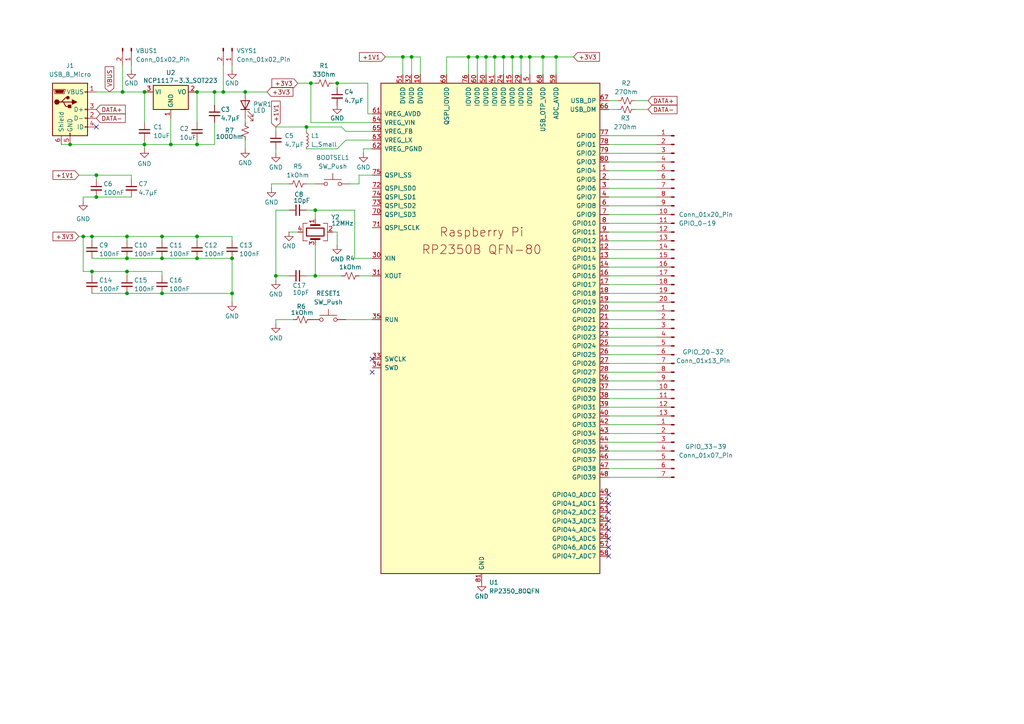
<source format=kicad_sch>
(kicad_sch (version 20250114) (generator "eeschema") (generator_version "9.0")
  (paper "A4")
  (lib_symbols
    (symbol "Connector:Conn_01x02_Pin" (pin_names (offset 1.016) (hide yes))
      (property "Reference" "J" (at 0 2.54 0))
      (property "Value" "Conn_01x02_Pin" (at 0 -5.08 0))
      (symbol "Conn_01x02_Pin_1_1"
        (pin passive line (at 5.08 0 180) (length 3.81) (name "Pin_1") (number "1"))
        (pin passive line (at 5.08 -2.54 180) (length 3.81) (name "Pin_2") (number "2"))
      )
    )
    (symbol "Connector:Conn_01x07_Pin" (pin_names (offset 1.016) (hide yes))
      (property "Reference" "J" (at 0 10.16 0))
      (property "Value" "Conn_01x07_Pin" (at 0 -10.16 0))
      (symbol "Conn_01x07_Pin_1_1"
        (pin passive line (at 5.08 7.62 180) (length 3.81) (name "Pin_1") (number "1"))
        (pin passive line (at 5.08 5.08 180) (length 3.81) (name "Pin_2") (number "2"))
        (pin passive line (at 5.08 2.54 180) (length 3.81) (name "Pin_3") (number "3"))
        (pin passive line (at 5.08 0 180) (length 3.81) (name "Pin_4") (number "4"))
        (pin passive line (at 5.08 -2.54 180) (length 3.81) (name "Pin_5") (number "5"))
        (pin passive line (at 5.08 -5.08 180) (length 3.81) (name "Pin_6") (number "6"))
        (pin passive line (at 5.08 -7.62 180) (length 3.81) (name "Pin_7") (number "7"))
      )
    )
    (symbol "Connector:Conn_01x13_Pin" (pin_names (offset 1.016) (hide yes))
      (property "Reference" "J" (at 0 17.78 0))
      (property "Value" "Conn_01x13_Pin" (at 0 -17.78 0))
      (symbol "Conn_01x13_Pin_1_1"
        (pin passive line (at 5.08 15.24 180) (length 3.81) (name "Pin_1") (number "1"))
        (pin passive line (at 5.08 12.7 180) (length 3.81) (name "Pin_2") (number "2"))
        (pin passive line (at 5.08 10.16 180) (length 3.81) (name "Pin_3") (number "3"))
        (pin passive line (at 5.08 7.62 180) (length 3.81) (name "Pin_4") (number "4"))
        (pin passive line (at 5.08 5.08 180) (length 3.81) (name "Pin_5") (number "5"))
        (pin passive line (at 5.08 2.54 180) (length 3.81) (name "Pin_6") (number "6"))
        (pin passive line (at 5.08 0 180) (length 3.81) (name "Pin_7") (number "7"))
        (pin passive line (at 5.08 -2.54 180) (length 3.81) (name "Pin_8") (number "8"))
        (pin passive line (at 5.08 -5.08 180) (length 3.81) (name "Pin_9") (number "9"))
        (pin passive line (at 5.08 -7.62 180) (length 3.81) (name "Pin_10") (number "10"))
        (pin passive line (at 5.08 -10.16 180) (length 3.81) (name "Pin_11") (number "11"))
        (pin passive line (at 5.08 -12.7 180) (length 3.81) (name "Pin_12") (number "12"))
        (pin passive line (at 5.08 -15.24 180) (length 3.81) (name "Pin_13") (number "13"))
      )
    )
    (symbol "Connector:Conn_01x20_Pin" (pin_names (offset 1.016) (hide yes))
      (property "Reference" "J" (at 0 25.4 0))
      (property "Value" "Conn_01x20_Pin" (at 0 -27.94 0))
      (symbol "Conn_01x20_Pin_1_1"
        (pin passive line (at 5.08 22.86 180) (length 3.81) (name "Pin_1") (number "1"))
        (pin passive line (at 5.08 20.32 180) (length 3.81) (name "Pin_2") (number "2"))
        (pin passive line (at 5.08 17.78 180) (length 3.81) (name "Pin_3") (number "3"))
        (pin passive line (at 5.08 15.24 180) (length 3.81) (name "Pin_4") (number "4"))
        (pin passive line (at 5.08 12.7 180) (length 3.81) (name "Pin_5") (number "5"))
        (pin passive line (at 5.08 10.16 180) (length 3.81) (name "Pin_6") (number "6"))
        (pin passive line (at 5.08 7.62 180) (length 3.81) (name "Pin_7") (number "7"))
        (pin passive line (at 5.08 5.08 180) (length 3.81) (name "Pin_8") (number "8"))
        (pin passive line (at 5.08 2.54 180) (length 3.81) (name "Pin_9") (number "9"))
        (pin passive line (at 5.08 0 180) (length 3.81) (name "Pin_10") (number "10"))
        (pin passive line (at 5.08 -2.54 180) (length 3.81) (name "Pin_11") (number "11"))
        (pin passive line (at 5.08 -5.08 180) (length 3.81) (name "Pin_12") (number "12"))
        (pin passive line (at 5.08 -7.62 180) (length 3.81) (name "Pin_13") (number "13"))
        (pin passive line (at 5.08 -10.16 180) (length 3.81) (name "Pin_14") (number "14"))
        (pin passive line (at 5.08 -12.7 180) (length 3.81) (name "Pin_15") (number "15"))
        (pin passive line (at 5.08 -15.24 180) (length 3.81) (name "Pin_16") (number "16"))
        (pin passive line (at 5.08 -17.78 180) (length 3.81) (name "Pin_17") (number "17"))
        (pin passive line (at 5.08 -20.32 180) (length 3.81) (name "Pin_18") (number "18"))
        (pin passive line (at 5.08 -22.86 180) (length 3.81) (name "Pin_19") (number "19"))
        (pin passive line (at 5.08 -25.4 180) (length 3.81) (name "Pin_20") (number "20"))
      )
    )
    (symbol "Connector:USB_B_Micro" (pin_names (offset 1.016))
      (property "Reference" "J" (at -5.08 11.43 0))
      (property "Value" "USB_B_Micro" (at -5.08 8.89 0))
      (symbol "USB_B_Micro_1_1"
        (pin passive line (at -2.54 -10.16 90) (length 2.54) (name "Shield") (number "6"))
        (pin power_out line (at 0 -10.16 90) (length 2.54) (name "GND") (number "5"))
        (pin power_out line (at 7.62 5.08 180) (length 2.54) (name "VBUS") (number "1"))
        (pin bidirectional line (at 7.62 0 180) (length 2.54) (name "D+") (number "3"))
        (pin bidirectional line (at 7.62 -2.54 180) (length 2.54) (name "D-") (number "2"))
        (pin passive line (at 7.62 -5.08 180) (length 2.54) (name "ID") (number "4"))
      )
    )
    (symbol "Device:C_Small" (pin_numbers (hide yes)) (pin_names (offset 0.254) (hide yes))
      (property "Reference" "C" (at 0.254 1.778 0))
      (property "Value" "C_Small" (at 0.254 -2.032 0))
      (symbol "C_Small_1_1"
        (pin passive line (at 0 2.54 270) (length 2.032) (name "~") (number "1"))
        (pin passive line (at 0 -2.54 90) (length 2.032) (name "~") (number "2"))
      )
    )
    (symbol "Device:Crystal_GND24" (pin_names (offset 1.016) (hide yes))
      (property "Reference" "Y" (at 3.175 5.08 0))
      (property "Value" "Crystal_GND24" (at 3.175 3.175 0))
      (symbol "Crystal_GND24_1_1"
        (pin passive line (at -3.81 0 0) (length 1.27) (name "1") (number "1"))
        (pin passive line (at 0 5.08 270) (length 1.27) (name "2") (number "2"))
        (pin passive line (at 0 -5.08 90) (length 1.27) (name "4") (number "4"))
        (pin passive line (at 3.81 0 180) (length 1.27) (name "3") (number "3"))
      )
    )
    (symbol "Device:LED" (pin_numbers (hide yes)) (pin_names (offset 1.016) (hide yes))
      (property "Reference" "D" (at 0 2.54 0))
      (property "Value" "LED" (at 0 -2.54 0))
      (symbol "LED_1_1"
        (pin passive line (at -3.81 0 0) (length 2.54) (name "K") (number "1"))
        (pin passive line (at 3.81 0 180) (length 2.54) (name "A") (number "2"))
      )
    )
    (symbol "Device:L_Small" (pin_numbers (hide yes)) (pin_names (offset 0.254) (hide yes))
      (property "Reference" "L" (at 0.762 1.016 0))
      (property "Value" "L_Small" (at 0.762 -1.016 0))
      (symbol "L_Small_1_1"
        (pin passive line (at 0 2.54 270) (length 0.508) (name "~") (number "1"))
        (pin passive line (at 0 -2.54 90) (length 0.508) (name "~") (number "2"))
      )
    )
    (symbol "Device:R_Small_US" (pin_numbers (hide yes)) (pin_names (offset 0.254) (hide yes))
      (property "Reference" "R" (at 0.762 0.508 0))
      (property "Value" "R_Small_US" (at 0.762 -1.016 0))
      (symbol "R_Small_US_1_1"
        (pin passive line (at 0 2.54 270) (length 1.016) (name "~") (number "1"))
        (pin passive line (at 0 -2.54 90) (length 1.016) (name "~") (number "2"))
      )
    )
    (symbol "MCU_RaspberryPi_RP2350:RP2350_80QFN" (pin_names (offset 1.016))
      (property "Reference" "U" (at -29.21 49.53 0))
      (property "Value" "RP2350_80QFN" (at 25.4 -96.52 0))
      (symbol "RP2350_80QFN_0_0"
        (text "Raspberry Pi" (at 0 5.08 0) (effects (font (size 2.54 2.54))))
      )
      (symbol "RP2350_80QFN_1_0"
        (text "RP2350B QFN-80" (at 0 0 0) (effects (font (size 2.54 2.54))))
      )
      (symbol "RP2350_80QFN_1_1"
        (pin power_in line (at -31.75 39.37 0) (length 2.54) (name "VREG_AVDD") (number "61"))
        (pin power_in line (at -31.75 36.83 0) (length 2.54) (name "VREG_VIN") (number "64"))
        (pin input line (at -31.75 34.29 0) (length 2.54) (name "VREG_FB") (number "65"))
        (pin power_out line (at -31.75 31.75 0) (length 2.54) (name "VREG_LX") (number "63"))
        (pin power_in line (at -31.75 29.21 0) (length 2.54) (name "VREG_PGND") (number "62"))
        (pin bidirectional line (at -31.75 21.59 0) (length 2.54) (name "QSPI_SS") (number "75"))
        (pin bidirectional line (at -31.75 17.78 0) (length 2.54) (name "QSPI_SD0") (number "72"))
        (pin bidirectional line (at -31.75 15.24 0) (length 2.54) (name "QSPI_SD1") (number "74"))
        (pin bidirectional line (at -31.75 12.7 0) (length 2.54) (name "QSPI_SD2") (number "73"))
        (pin bidirectional line (at -31.75 10.16 0) (length 2.54) (name "QSPI_SD3") (number "70"))
        (pin output line (at -31.75 6.35 0) (length 2.54) (name "QSPI_SCLK") (number "71"))
        (pin input line (at -31.75 -2.54 0) (length 2.54) (name "XIN") (number "30"))
        (pin passive line (at -31.75 -7.62 0) (length 2.54) (name "XOUT") (number "31"))
        (pin input line (at -31.75 -20.32 0) (length 2.54) (name "RUN") (number "35"))
        (pin output line (at -31.75 -31.75 0) (length 2.54) (name "SWCLK") (number "33"))
        (pin bidirectional line (at -31.75 -34.29 0) (length 2.54) (name "SWD") (number "34"))
        (pin power_in line (at -22.86 50.8 270) (length 2.54) (name "DVDD") (number "51"))
        (pin power_in line (at -20.32 50.8 270) (length 2.54) (name "DVDD") (number "32"))
        (pin power_in line (at -17.78 50.8 270) (length 2.54) (name "DVDD") (number "10"))
        (pin power_in line (at -10.16 50.8 270) (length 2.54) (name "QSPI_IOVDD") (number "69"))
        (pin power_in line (at -3.81 50.8 270) (length 2.54) (name "IOVDD") (number "76"))
        (pin power_in line (at -1.27 50.8 270) (length 2.54) (name "IOVDD") (number "60"))
        (pin power_in line (at 0 -96.52 90) (length 2.54) (name "GND") (number "81"))
        (pin power_in line (at 1.27 50.8 270) (length 2.54) (name "IOVDD") (number "50"))
        (pin power_in line (at 3.81 50.8 270) (length 2.54) (name "IOVDD") (number "41"))
        (pin power_in line (at 6.35 50.8 270) (length 2.54) (name "IOVDD") (number "24"))
        (pin power_in line (at 8.89 50.8 270) (length 2.54) (name "IOVDD") (number "15"))
        (pin power_in line (at 11.43 50.8 270) (length 2.54) (name "IOVDD") (number "29"))
        (pin power_in line (at 13.97 50.8 270) (length 2.54) (name "IOVDD") (number "5"))
        (pin power_in line (at 17.78 50.8 270) (length 2.54) (name "USB_OTP_VDD") (number "68"))
        (pin power_in line (at 21.59 50.8 270) (length 2.54) (name "ADC_AVDD") (number "59"))
        (pin bidirectional line (at 36.83 43.18 180) (length 2.54) (name "USB_DP") (number "67"))
        (pin bidirectional line (at 36.83 40.64 180) (length 2.54) (name "USB_DM") (number "66"))
        (pin bidirectional line (at 36.83 33.02 180) (length 2.54) (name "GPIO0") (number "77"))
        (pin bidirectional line (at 36.83 30.48 180) (length 2.54) (name "GPIO1") (number "78"))
        (pin bidirectional line (at 36.83 27.94 180) (length 2.54) (name "GPIO2") (number "79"))
        (pin bidirectional line (at 36.83 25.4 180) (length 2.54) (name "GPIO3") (number "80"))
        (pin bidirectional line (at 36.83 22.86 180) (length 2.54) (name "GPIO4") (number "1"))
        (pin bidirectional line (at 36.83 20.32 180) (length 2.54) (name "GPIO5") (number "2"))
        (pin bidirectional line (at 36.83 17.78 180) (length 2.54) (name "GPIO6") (number "3"))
        (pin bidirectional line (at 36.83 15.24 180) (length 2.54) (name "GPIO7") (number "4"))
        (pin bidirectional line (at 36.83 12.7 180) (length 2.54) (name "GPIO8") (number "6"))
        (pin bidirectional line (at 36.83 10.16 180) (length 2.54) (name "GPIO9") (number "7"))
        (pin bidirectional line (at 36.83 7.62 180) (length 2.54) (name "GPIO10") (number "8"))
        (pin bidirectional line (at 36.83 5.08 180) (length 2.54) (name "GPIO11") (number "9"))
        (pin bidirectional line (at 36.83 2.54 180) (length 2.54) (name "GPIO12") (number "11"))
        (pin bidirectional line (at 36.83 0 180) (length 2.54) (name "GPIO13") (number "12"))
        (pin bidirectional line (at 36.83 -2.54 180) (length 2.54) (name "GPIO14") (number "13"))
        (pin bidirectional line (at 36.83 -5.08 180) (length 2.54) (name "GPIO15") (number "14"))
        (pin bidirectional line (at 36.83 -7.62 180) (length 2.54) (name "GPIO16") (number "16"))
        (pin bidirectional line (at 36.83 -10.16 180) (length 2.54) (name "GPIO17") (number "17"))
        (pin bidirectional line (at 36.83 -12.7 180) (length 2.54) (name "GPIO18") (number "18"))
        (pin bidirectional line (at 36.83 -15.24 180) (length 2.54) (name "GPIO19") (number "19"))
        (pin bidirectional line (at 36.83 -17.78 180) (length 2.54) (name "GPIO20") (number "20"))
        (pin bidirectional line (at 36.83 -20.32 180) (length 2.54) (name "GPIO21") (number "21"))
        (pin bidirectional line (at 36.83 -22.86 180) (length 2.54) (name "GPIO22") (number "22"))
        (pin bidirectional line (at 36.83 -25.4 180) (length 2.54) (name "GPIO23") (number "23"))
        (pin bidirectional line (at 36.83 -27.94 180) (length 2.54) (name "GPIO24") (number "25"))
        (pin bidirectional line (at 36.83 -30.48 180) (length 2.54) (name "GPIO25") (number "26"))
        (pin bidirectional line (at 36.83 -33.02 180) (length 2.54) (name "GPIO26") (number "27"))
        (pin bidirectional line (at 36.83 -35.56 180) (length 2.54) (name "GPIO27") (number "28"))
        (pin bidirectional line (at 36.83 -38.1 180) (length 2.54) (name "GPIO28") (number "36"))
        (pin bidirectional line (at 36.83 -40.64 180) (length 2.54) (name "GPIO29") (number "37"))
        (pin bidirectional line (at 36.83 -43.18 180) (length 2.54) (name "GPIO30") (number "38"))
        (pin bidirectional line (at 36.83 -45.72 180) (length 2.54) (name "GPIO31") (number "39"))
        (pin bidirectional line (at 36.83 -48.26 180) (length 2.54) (name "GPIO32") (number "40"))
        (pin bidirectional line (at 36.83 -50.8 180) (length 2.54) (name "GPIO33") (number "42"))
        (pin bidirectional line (at 36.83 -53.34 180) (length 2.54) (name "GPIO34") (number "43"))
        (pin bidirectional line (at 36.83 -55.88 180) (length 2.54) (name "GPIO35") (number "44"))
        (pin bidirectional line (at 36.83 -58.42 180) (length 2.54) (name "GPIO36") (number "45"))
        (pin bidirectional line (at 36.83 -60.96 180) (length 2.54) (name "GPIO37") (number "46"))
        (pin bidirectional line (at 36.83 -63.5 180) (length 2.54) (name "GPIO38") (number "47"))
        (pin bidirectional line (at 36.83 -66.04 180) (length 2.54) (name "GPIO39") (number "48"))
        (pin bidirectional line (at 36.83 -71.12 180) (length 2.54) (name "GPIO40_ADC0") (number "49"))
        (pin bidirectional line (at 36.83 -73.66 180) (length 2.54) (name "GPIO41_ADC1") (number "52"))
        (pin bidirectional line (at 36.83 -76.2 180) (length 2.54) (name "GPIO42_ADC2") (number "53"))
        (pin bidirectional line (at 36.83 -78.74 180) (length 2.54) (name "GPIO43_ADC3") (number "54"))
        (pin bidirectional line (at 36.83 -81.28 180) (length 2.54) (name "GPIO44_ADC4") (number "55"))
        (pin bidirectional line (at 36.83 -83.82 180) (length 2.54) (name "GPIO45_ADC5") (number "56"))
        (pin bidirectional line (at 36.83 -86.36 180) (length 2.54) (name "GPIO46_ADC6") (number "57"))
        (pin bidirectional line (at 36.83 -88.9 180) (length 2.54) (name "GPIO47_ADC7") (number "58"))
      )
    )
    (symbol "Regulator_Linear:NCP1117-3.3_SOT223"
      (property "Reference" "U" (at -3.81 3.175 0))
      (property "Value" "NCP1117-3.3_SOT223" (at 0 3.175 0))
      (symbol "NCP1117-3.3_SOT223_1_1"
        (pin power_in line (at -7.62 0 0) (length 2.54) (name "VI") (number "3"))
        (pin power_in line (at 0 -7.62 90) (length 2.54) (name "GND") (number "1"))
        (pin power_out line (at 7.62 0 180) (length 2.54) (name "VO") (number "2"))
      )
    )
    (symbol "Switch:SW_Push" (pin_numbers (hide yes)) (pin_names (offset 1.016) (hide yes))
      (property "Reference" "SW" (at 1.27 2.54 0))
      (property "Value" "SW_Push" (at 0 -1.524 0))
      (symbol "SW_Push_0_1"
        (pin passive line (at -5.08 0 0) (length 2.54) (name "1") (number "1"))
        (pin passive line (at 5.08 0 180) (length 2.54) (name "2") (number "2"))
      )
    )
    (symbol "power:GND" (power) (pin_numbers (hide yes)) (pin_names (offset 0) (hide yes))
      (property "Value" "GND" (at 0 -3.81 0))
      (symbol "GND_1_1"
        (pin power_in line (at 0 0 270) (length 0) (name "~") (number "1"))
      )
    )
  )
  (junction (at 27.94 57.15))
  (junction (at 71.12 26.67))
  (junction (at 46.99 85.09))
  (junction (at 57.15 68.58))
  (junction (at 157.48 16.51))
  (junction (at 24.13 68.58))
  (junction (at 97.79 24.13))
  (junction (at 88.9 36.83))
  (junction (at 26.67 68.58))
  (junction (at 36.83 78.74))
  (junction (at 80.01 80.01))
  (junction (at 36.83 68.58))
  (junction (at 148.59 16.51))
  (junction (at 64.77 26.67))
  (junction (at 138.43 16.51))
  (junction (at 57.15 41.91))
  (junction (at 116.84 16.51))
  (junction (at 67.31 74.93))
  (junction (at 67.31 85.09))
  (junction (at 143.51 16.51))
  (junction (at 57.15 26.67))
  (junction (at 119.38 16.51))
  (junction (at 91.44 60.96))
  (junction (at 90.17 24.13))
  (junction (at 146.05 16.51))
  (junction (at 153.67 16.51))
  (junction (at 161.29 16.51))
  (junction (at 135.89 16.51))
  (junction (at 20.32 41.91))
  (junction (at 36.83 85.09))
  (junction (at 140.97 16.51))
  (junction (at 57.15 74.93))
  (junction (at 41.91 41.91))
  (junction (at 46.99 74.93))
  (junction (at 46.99 68.58))
  (junction (at 49.53 41.91))
  (junction (at 151.13 16.51))
  (junction (at 26.67 78.74))
  (junction (at 35.56 26.67))
  (junction (at 27.94 50.8))
  (junction (at 41.91 26.67))
  (junction (at 36.83 74.93))
  (junction (at 91.44 80.01))
  (junction (at 62.23 26.67))
  (no_connect (at 176.53 156.21))
  (no_connect (at 176.53 153.67))
  (no_connect (at 107.95 107.95))
  (no_connect (at 176.53 146.05))
  (no_connect (at 176.53 158.75))
  (no_connect (at 176.53 161.29))
  (no_connect (at 176.53 148.59))
  (no_connect (at 176.53 151.13))
  (no_connect (at 27.94 36.83))
  (no_connect (at 107.95 104.14))
  (no_connect (at 176.53 143.51))
  (wire (pts (xy 86.36 24.13) (xy 90.17 24.13)))
  (wire (pts (xy 176.53 100.33) (xy 190.5 100.33)))
  (wire (pts (xy 176.53 41.91) (xy 190.5 41.91)))
  (wire (pts (xy 26.67 68.58) (xy 36.83 68.58)))
  (wire (pts (xy 176.53 97.79) (xy 190.5 97.79)))
  (wire (pts (xy 151.13 16.51) (xy 153.67 16.51)))
  (wire (pts (xy 88.9 36.83) (xy 99.06 36.83)))
  (wire (pts (xy 176.53 115.57) (xy 190.5 115.57)))
  (wire (pts (xy 38.1 19.05) (xy 38.1 20.32)))
  (wire (pts (xy 176.53 133.35) (xy 190.5 133.35)))
  (wire (pts (xy 97.79 25.4) (xy 97.79 24.13)))
  (wire (pts (xy 80.01 92.71) (xy 80.01 93.98)))
  (wire (pts (xy 64.77 26.67) (xy 71.12 26.67)))
  (wire (pts (xy 105.41 44.45) (xy 105.41 43.18)))
  (wire (pts (xy 24.13 68.58) (xy 22.86 68.58)))
  (wire (pts (xy 26.67 74.93) (xy 36.83 74.93)))
  (wire (pts (xy 80.01 80.01) (xy 83.82 80.01)))
  (wire (pts (xy 46.99 74.93) (xy 57.15 74.93)))
  (wire (pts (xy 138.43 21.59) (xy 138.43 16.51)))
  (wire (pts (xy 176.53 105.41) (xy 190.5 105.41)))
  (wire (pts (xy 46.99 78.74) (xy 36.83 78.74)))
  (wire (pts (xy 146.05 16.51) (xy 148.59 16.51)))
  (wire (pts (xy 88.9 60.96) (xy 91.44 60.96)))
  (wire (pts (xy 100.33 38.1) (xy 99.06 36.83)))
  (wire (pts (xy 135.89 21.59) (xy 135.89 16.51)))
  (wire (pts (xy 36.83 68.58) (xy 46.99 68.58)))
  (wire (pts (xy 176.53 90.17) (xy 190.5 90.17)))
  (wire (pts (xy 176.53 92.71) (xy 190.5 92.71)))
  (wire (pts (xy 104.14 53.34) (xy 104.14 50.8)))
  (wire (pts (xy 26.67 69.85) (xy 26.67 68.58)))
  (wire (pts (xy 88.9 43.18) (xy 97.79 43.18)))
  (wire (pts (xy 64.77 19.05) (xy 64.77 26.67)))
  (wire (pts (xy 176.53 118.11) (xy 190.5 118.11)))
  (wire (pts (xy 71.12 40.64) (xy 71.12 43.18)))
  (wire (pts (xy 46.99 85.09) (xy 67.31 85.09)))
  (wire (pts (xy 176.53 74.93) (xy 190.5 74.93)))
  (wire (pts (xy 161.29 16.51) (xy 161.29 21.59)))
  (wire (pts (xy 26.67 78.74) (xy 24.13 78.74)))
  (wire (pts (xy 67.31 68.58) (xy 67.31 69.85)))
  (wire (pts (xy 86.36 67.31) (xy 83.82 67.31)))
  (wire (pts (xy 119.38 21.59) (xy 119.38 16.51)))
  (wire (pts (xy 41.91 43.18) (xy 41.91 41.91)))
  (wire (pts (xy 88.9 80.01) (xy 91.44 80.01)))
  (wire (pts (xy 83.82 53.34) (xy 78.74 53.34)))
  (wire (pts (xy 57.15 40.64) (xy 57.15 41.91)))
  (wire (pts (xy 41.91 41.91) (xy 49.53 41.91)))
  (wire (pts (xy 57.15 26.67) (xy 62.23 26.67)))
  (wire (pts (xy 57.15 41.91) (xy 62.23 41.91)))
  (wire (pts (xy 176.53 120.65) (xy 190.5 120.65)))
  (wire (pts (xy 24.13 78.74) (xy 24.13 68.58)))
  (wire (pts (xy 135.89 16.51) (xy 138.43 16.51)))
  (wire (pts (xy 36.83 68.58) (xy 36.83 69.85)))
  (wire (pts (xy 176.53 102.87) (xy 190.5 102.87)))
  (wire (pts (xy 151.13 21.59) (xy 151.13 16.51)))
  (wire (pts (xy 101.6 53.34) (xy 104.14 53.34)))
  (wire (pts (xy 176.53 113.03) (xy 190.5 113.03)))
  (wire (pts (xy 176.53 123.19) (xy 190.5 123.19)))
  (wire (pts (xy 41.91 26.67) (xy 41.91 35.56)))
  (wire (pts (xy 106.68 33.02) (xy 107.95 33.02)))
  (wire (pts (xy 97.79 43.18) (xy 100.33 40.64)))
  (wire (pts (xy 176.53 64.77) (xy 190.5 64.77)))
  (wire (pts (xy 102.87 60.96) (xy 102.87 74.93)))
  (wire (pts (xy 26.67 85.09) (xy 36.83 85.09)))
  (wire (pts (xy 27.94 50.8) (xy 38.1 50.8)))
  (wire (pts (xy 24.13 57.15) (xy 27.94 57.15)))
  (wire (pts (xy 107.95 38.1) (xy 100.33 38.1)))
  (wire (pts (xy 71.12 26.67) (xy 77.47 26.67)))
  (wire (pts (xy 35.56 19.05) (xy 35.56 26.67)))
  (wire (pts (xy 146.05 21.59) (xy 146.05 16.51)))
  (wire (pts (xy 88.9 53.34) (xy 91.44 53.34)))
  (wire (pts (xy 100.33 92.71) (xy 107.95 92.71)))
  (wire (pts (xy 88.9 38.1) (xy 88.9 36.83)))
  (wire (pts (xy 36.83 74.93) (xy 46.99 74.93)))
  (wire (pts (xy 80.01 81.28) (xy 80.01 80.01)))
  (wire (pts (xy 38.1 50.8) (xy 38.1 52.07)))
  (wire (pts (xy 67.31 74.93) (xy 67.31 85.09)))
  (wire (pts (xy 57.15 68.58) (xy 67.31 68.58)))
  (wire (pts (xy 36.83 85.09) (xy 46.99 85.09)))
  (wire (pts (xy 62.23 26.67) (xy 64.77 26.67)))
  (wire (pts (xy 96.52 67.31) (xy 97.79 67.31)))
  (wire (pts (xy 104.14 80.01) (xy 107.95 80.01)))
  (wire (pts (xy 116.84 21.59) (xy 116.84 16.51)))
  (wire (pts (xy 176.53 107.95) (xy 190.5 107.95)))
  (wire (pts (xy 83.82 60.96) (xy 80.01 60.96)))
  (wire (pts (xy 91.44 71.12) (xy 91.44 80.01)))
  (wire (pts (xy 100.33 40.64) (xy 107.95 40.64)))
  (wire (pts (xy 57.15 74.93) (xy 67.31 74.93)))
  (wire (pts (xy 46.99 78.74) (xy 46.99 80.01)))
  (wire (pts (xy 26.67 68.58) (xy 24.13 68.58)))
  (wire (pts (xy 78.74 53.34) (xy 78.74 54.61)))
  (wire (pts (xy 105.41 43.18) (xy 107.95 43.18)))
  (wire (pts (xy 176.53 130.81) (xy 190.5 130.81)))
  (wire (pts (xy 26.67 78.74) (xy 26.67 80.01)))
  (wire (pts (xy 143.51 16.51) (xy 146.05 16.51)))
  (wire (pts (xy 49.53 41.91) (xy 57.15 41.91)))
  (wire (pts (xy 140.97 16.51) (xy 143.51 16.51)))
  (wire (pts (xy 176.53 62.23) (xy 190.5 62.23)))
  (wire (pts (xy 176.53 85.09) (xy 190.5 85.09)))
  (wire (pts (xy 27.94 57.15) (xy 38.1 57.15)))
  (wire (pts (xy 176.53 57.15) (xy 190.5 57.15)))
  (wire (pts (xy 41.91 41.91) (xy 41.91 40.64)))
  (wire (pts (xy 140.97 21.59) (xy 140.97 16.51)))
  (wire (pts (xy 129.54 21.59) (xy 129.54 16.51)))
  (wire (pts (xy 80.01 44.45) (xy 80.01 43.18)))
  (wire (pts (xy 129.54 16.51) (xy 135.89 16.51)))
  (wire (pts (xy 176.53 72.39) (xy 190.5 72.39)))
  (wire (pts (xy 106.68 24.13) (xy 106.68 33.02)))
  (wire (pts (xy 49.53 34.29) (xy 49.53 41.91)))
  (wire (pts (xy 153.67 16.51) (xy 157.48 16.51)))
  (wire (pts (xy 176.53 77.47) (xy 190.5 77.47)))
  (wire (pts (xy 46.99 68.58) (xy 57.15 68.58)))
  (wire (pts (xy 138.43 16.51) (xy 140.97 16.51)))
  (wire (pts (xy 176.53 29.21) (xy 179.07 29.21)))
  (wire (pts (xy 67.31 19.05) (xy 67.31 20.32)))
  (wire (pts (xy 104.14 50.8) (xy 107.95 50.8)))
  (wire (pts (xy 176.53 87.63) (xy 190.5 87.63)))
  (wire (pts (xy 27.94 26.67) (xy 35.56 26.67)))
  (wire (pts (xy 161.29 16.51) (xy 166.37 16.51)))
  (wire (pts (xy 102.87 60.96) (xy 91.44 60.96)))
  (wire (pts (xy 176.53 39.37) (xy 190.5 39.37)))
  (wire (pts (xy 85.09 92.71) (xy 80.01 92.71)))
  (wire (pts (xy 24.13 58.42) (xy 24.13 57.15)))
  (wire (pts (xy 97.79 24.13) (xy 106.68 24.13)))
  (wire (pts (xy 176.53 125.73) (xy 190.5 125.73)))
  (wire (pts (xy 17.78 41.91) (xy 20.32 41.91)))
  (wire (pts (xy 96.52 24.13) (xy 97.79 24.13)))
  (wire (pts (xy 148.59 16.51) (xy 151.13 16.51)))
  (wire (pts (xy 36.83 78.74) (xy 26.67 78.74)))
  (wire (pts (xy 176.53 110.49) (xy 190.5 110.49)))
  (wire (pts (xy 116.84 16.51) (xy 111.76 16.51)))
  (wire (pts (xy 80.01 36.83) (xy 88.9 36.83)))
  (wire (pts (xy 176.53 82.55) (xy 190.5 82.55)))
  (wire (pts (xy 176.53 46.99) (xy 190.5 46.99)))
  (wire (pts (xy 176.53 54.61) (xy 190.5 54.61)))
  (wire (pts (xy 80.01 36.83) (xy 80.01 38.1)))
  (wire (pts (xy 62.23 26.67) (xy 62.23 30.48)))
  (wire (pts (xy 99.06 80.01) (xy 91.44 80.01)))
  (wire (pts (xy 157.48 21.59) (xy 157.48 16.51)))
  (wire (pts (xy 71.12 34.29) (xy 71.12 35.56)))
  (wire (pts (xy 176.53 128.27) (xy 190.5 128.27)))
  (wire (pts (xy 148.59 21.59) (xy 148.59 16.51)))
  (wire (pts (xy 176.53 52.07) (xy 190.5 52.07)))
  (wire (pts (xy 157.48 16.51) (xy 161.29 16.51)))
  (wire (pts (xy 176.53 49.53) (xy 190.5 49.53)))
  (wire (pts (xy 143.51 21.59) (xy 143.51 16.51)))
  (wire (pts (xy 36.83 78.74) (xy 36.83 80.01)))
  (wire (pts (xy 90.17 24.13) (xy 90.17 35.56)))
  (wire (pts (xy 90.17 24.13) (xy 91.44 24.13)))
  (wire (pts (xy 119.38 16.51) (xy 116.84 16.51)))
  (wire (pts (xy 22.86 50.8) (xy 27.94 50.8)))
  (wire (pts (xy 176.53 59.69) (xy 190.5 59.69)))
  (wire (pts (xy 176.53 135.89) (xy 190.5 135.89)))
  (wire (pts (xy 90.17 35.56) (xy 107.95 35.56)))
  (wire (pts (xy 176.53 67.31) (xy 190.5 67.31)))
  (wire (pts (xy 91.44 60.96) (xy 91.44 63.5)))
  (wire (pts (xy 80.01 60.96) (xy 80.01 80.01)))
  (wire (pts (xy 176.53 31.75) (xy 179.07 31.75)))
  (wire (pts (xy 102.87 74.93) (xy 107.95 74.93)))
  (wire (pts (xy 27.94 50.8) (xy 27.94 52.07)))
  (wire (pts (xy 176.53 69.85) (xy 190.5 69.85)))
  (wire (pts (xy 121.92 16.51) (xy 119.38 16.51)))
  (wire (pts (xy 176.53 138.43) (xy 190.5 138.43)))
  (wire (pts (xy 184.15 29.21) (xy 187.96 29.21)))
  (wire (pts (xy 176.53 95.25) (xy 190.5 95.25)))
  (wire (pts (xy 20.32 41.91) (xy 41.91 41.91)))
  (wire (pts (xy 57.15 68.58) (xy 57.15 69.85)))
  (wire (pts (xy 46.99 68.58) (xy 46.99 69.85)))
  (wire (pts (xy 57.15 26.67) (xy 57.15 35.56)))
  (wire (pts (xy 35.56 26.67) (xy 41.91 26.67)))
  (wire (pts (xy 184.15 31.75) (xy 187.96 31.75)))
  (wire (pts (xy 67.31 85.09) (xy 67.31 87.63)))
  (wire (pts (xy 97.79 67.31) (xy 97.79 71.12)))
  (wire (pts (xy 121.92 21.59) (xy 121.92 16.51)))
  (wire (pts (xy 62.23 35.56) (xy 62.23 41.91)))
  (wire (pts (xy 176.53 44.45) (xy 190.5 44.45)))
  (wire (pts (xy 176.53 80.01) (xy 190.5 80.01)))
  (wire (pts (xy 153.67 21.59) (xy 153.67 16.51)))
  (global_label "VBUS" (shape input) (at 31.75 26.67 90) (property "Intersheetrefs" "${INTERSHEET_REFS}" (effects (hide yes))))
  (global_label "+3V3" (shape input) (at 166.37 16.51 0) (property "Intersheetrefs" "${INTERSHEET_REFS}" (effects (hide yes))))
  (global_label "+1V1" (shape input) (at 22.86 50.8 180) (property "Intersheetrefs" "${INTERSHEET_REFS}" (effects (hide yes))))
  (global_label "DATA-" (shape input) (at 187.96 31.75 0) (property "Intersheetrefs" "${INTERSHEET_REFS}" (effects (hide yes))))
  (global_label "+1V1" (shape input) (at 80.01 36.83 90) (property "Intersheetrefs" "${INTERSHEET_REFS}" (effects (hide yes))))
  (global_label "DATA+" (shape input) (at 187.96 29.21 0) (property "Intersheetrefs" "${INTERSHEET_REFS}" (effects (hide yes))))
  (global_label "+3V3" (shape input) (at 77.47 26.67 0) (property "Intersheetrefs" "${INTERSHEET_REFS}" (effects (hide yes))))
  (global_label "+1V1" (shape input) (at 111.76 16.51 180) (property "Intersheetrefs" "${INTERSHEET_REFS}" (effects (hide yes))))
  (global_label "DATA-" (shape input) (at 27.94 34.29 0) (property "Intersheetrefs" "${INTERSHEET_REFS}" (effects (hide yes))))
  (global_label "+3V3" (shape input) (at 86.36 24.13 180) (property "Intersheetrefs" "${INTERSHEET_REFS}" (effects (hide yes))))
  (global_label "+3V3" (shape input) (at 22.86 68.58 180) (property "Intersheetrefs" "${INTERSHEET_REFS}" (effects (hide yes))))
  (global_label "DATA+" (shape input) (at 27.94 31.75 0) (property "Intersheetrefs" "${INTERSHEET_REFS}" (effects (hide yes))))
  (symbol (lib_id "Device:C_Small") (at 46.99 82.55 0) (unit 1)
    (property "Reference" "C16" (at 49.022 81.28 0) (effects (justify left)))
    (property "Value" "100nF" (at 49.022 83.82 0) (effects (justify left)))
    (property "Footprint" "Capacitor_SMD:C_0402_1005Metric_Pad0.74x0.62mm_HandSolder" (effects (hide yes)))
    (property "Description" "Unpolarized capacitor, small symbol" (effects (hide yes)))
  )
  (symbol (lib_id "power:GND") (at 38.1 20.32 0) (unit 1)
    (property "Reference" "#PWR012" (effects (hide yes)))
    (property "Value" "GND" (at 38.1 24.13 0))
    (property "Description" "Power symbol creates a global label with name \"GND\" , ground" (effects (hide yes)))
  )
  (symbol (lib_id "Device:R_Small_US") (at 71.12 38.1 180) (unit 1)
    (property "Reference" "R7" (at 66.548 37.846 0))
    (property "Value" "100Ohm" (at 66.548 39.624 0))
    (property "Footprint" "Resistor_SMD:R_0402_1005Metric_Pad0.72x0.64mm_HandSolder" (effects (hide yes)))
    (property "Description" "Resistor, small US symbol" (effects (hide yes)))
  )
  (symbol (lib_id "power:GND") (at 139.7 168.91 0) (unit 1)
    (property "Reference" "#PWR010" (effects (hide yes)))
    (property "Value" "GND" (at 139.7 172.974 0))
    (property "Description" "Power symbol creates a global label with name \"GND\" , ground" (effects (hide yes)))
  )
  (symbol (lib_id "power:GND") (at 41.91 43.18 0) (unit 1)
    (property "Reference" "#PWR01" (effects (hide yes)))
    (property "Value" "GND" (at 41.91 47.498 0))
    (property "Description" "Power symbol creates a global label with name \"GND\" , ground" (effects (hide yes)))
  )
  (symbol (lib_id "power:GND") (at 71.12 43.18 0) (unit 1)
    (property "Reference" "#PWR016" (effects (hide yes)))
    (property "Value" "GND" (at 71.12 47.244 0))
    (property "Description" "Power symbol creates a global label with name \"GND\" , ground" (effects (hide yes)))
  )
  (symbol (lib_id "Regulator_Linear:NCP1117-3.3_SOT223") (at 49.53 26.67 0) (unit 1)
    (property "Reference" "U2" (at 49.53 21.082 0))
    (property "Value" "NCP1117-3.3_SOT223" (at 52.324 23.368 0))
    (property "Footprint" "Package_TO_SOT_SMD:SOT-223-3_TabPin2" (effects (hide yes)))
    (property "Datasheet" "http://www.onsemi.com/pub_link/Collateral/NCP1117-D.PDF" (effects (hide yes)))
    (property "Description" "1A Low drop-out regulator, Fixed Output 3.3V, SOT-223" (effects (hide yes)))
  )
  (symbol (lib_id "power:GND") (at 97.79 71.12 0) (unit 1)
    (property "Reference" "#PWR07" (effects (hide yes)))
    (property "Value" "GND" (at 97.79 75.184 0))
    (property "Description" "Power symbol creates a global label with name \"GND\" , ground" (effects (hide yes)))
  )
  (symbol (lib_id "Connector:USB_B_Micro") (at 20.32 31.75 0) (unit 1)
    (property "Reference" "J1" (at 20.32 19.05 0))
    (property "Value" "USB_B_Micro" (at 20.32 21.59 0))
    (property "Footprint" "Connector_USB:USB_Micro-B_Amphenol_10103594-0001LF_Horizontal" (effects (hide yes)))
    (property "Description" "USB Micro Type B connector" (effects (hide yes)))
  )
  (symbol (lib_id "Device:C_Small") (at 86.36 60.96 90) (unit 1)
    (property "Reference" "C8" (at 85.344 56.388 90) (effects (justify right)))
    (property "Value" "10pF" (at 85.09 58.166 90) (effects (justify right)))
    (property "Footprint" "Capacitor_SMD:C_0402_1005Metric_Pad0.74x0.62mm_HandSolder" (effects (hide yes)))
    (property "Description" "Unpolarized capacitor, small symbol" (effects (hide yes)))
  )
  (symbol (lib_id "Device:C_Small") (at 67.31 72.39 0) (unit 1)
    (property "Reference" "C13" (at 69.342 71.12 0) (effects (justify left)))
    (property "Value" "100nF" (at 69.342 73.66 0) (effects (justify left)))
    (property "Footprint" "Capacitor_SMD:C_0402_1005Metric_Pad0.74x0.62mm_HandSolder" (effects (hide yes)))
    (property "Description" "Unpolarized capacitor, small symbol" (effects (hide yes)))
  )
  (symbol (lib_id "power:GND") (at 97.79 30.48 0) (unit 1)
    (property "Reference" "#PWR02" (effects (hide yes)))
    (property "Value" "GND" (at 97.79 34.29 0))
    (property "Description" "Power symbol creates a global label with name \"GND\" , ground" (effects (hide yes)))
  )
  (symbol (lib_id "power:GND") (at 83.82 67.31 0) (unit 1)
    (property "Reference" "#PWR06" (effects (hide yes)))
    (property "Value" "GND" (at 83.82 71.374 0))
    (property "Description" "Power symbol creates a global label with name \"GND\" , ground" (effects (hide yes)))
  )
  (symbol (lib_id "Device:R_Small_US") (at 101.6 80.01 90) (unit 1)
    (property "Reference" "R4" (at 101.6 74.93 90))
    (property "Value" "1kOhm" (at 101.6 77.47 90))
    (property "Footprint" "Resistor_SMD:R_0402_1005Metric_Pad0.72x0.64mm_HandSolder" (effects (hide yes)))
    (property "Description" "Resistor, small US symbol" (effects (hide yes)))
  )
  (symbol (lib_id "Device:R_Small_US") (at 181.61 29.21 90) (unit 1)
    (property "Reference" "R2" (at 181.61 24.13 90))
    (property "Value" "27Ohm" (at 181.61 26.67 90))
    (property "Footprint" "Resistor_SMD:R_0402_1005Metric_Pad0.72x0.64mm_HandSolder" (effects (hide yes)))
    (property "Description" "Resistor, small US symbol" (effects (hide yes)))
  )
  (symbol (lib_id "Device:C_Small") (at 62.23 33.02 0) (unit 1)
    (property "Reference" "C3" (at 64.008 31.75 0) (effects (justify left)))
    (property "Value" "4.7µF" (at 64.008 34.29 0) (effects (justify left)))
    (property "Footprint" "Capacitor_SMD:C_0402_1005Metric_Pad0.74x0.62mm_HandSolder" (effects (hide yes)))
    (property "Description" "Unpolarized capacitor, small symbol" (effects (hide yes)))
  )
  (symbol (lib_id "Device:C_Small") (at 46.99 72.39 0) (unit 1)
    (property "Reference" "C11" (at 49.022 71.12 0) (effects (justify left)))
    (property "Value" "100nF" (at 49.022 73.66 0) (effects (justify left)))
    (property "Footprint" "Capacitor_SMD:C_0402_1005Metric_Pad0.74x0.62mm_HandSolder" (effects (hide yes)))
    (property "Description" "Unpolarized capacitor, small symbol" (effects (hide yes)))
  )
  (symbol (lib_id "Device:L_Small") (at 88.9 40.64 0) (unit 1)
    (property "Reference" "L1" (at 90.17 39.3699 0) (effects (justify left)))
    (property "Value" "L_Small" (at 90.17 41.9099 0) (effects (justify left)))
    (property "Footprint" "Inductor_SMD:L_Coilcraft_0805HQ_2012Metric" (effects (hide yes)))
    (property "Description" "Inductor, small symbol" (effects (hide yes)))
  )
  (symbol (lib_id "Device:C_Small") (at 86.36 80.01 90) (unit 1)
    (property "Reference" "C17" (at 84.836 82.804 90) (effects (justify right)))
    (property "Value" "10pF" (at 84.836 84.836 90) (effects (justify right)))
    (property "Footprint" "Capacitor_SMD:C_0402_1005Metric_Pad0.74x0.62mm_HandSolder" (effects (hide yes)))
    (property "Description" "Unpolarized capacitor, small symbol" (effects (hide yes)))
  )
  (symbol (lib_id "Device:C_Small") (at 38.1 54.61 0) (unit 1)
    (property "Reference" "C7" (at 40.132 53.34 0) (effects (justify left)))
    (property "Value" "4.7µF" (at 40.132 55.88 0) (effects (justify left)))
    (property "Footprint" "Capacitor_SMD:C_0402_1005Metric_Pad0.74x0.62mm_HandSolder" (effects (hide yes)))
    (property "Description" "Unpolarized capacitor, small symbol" (effects (hide yes)))
  )
  (symbol (lib_id "power:GND") (at 80.01 44.45 0) (unit 1)
    (property "Reference" "#PWR03" (effects (hide yes)))
    (property "Value" "GND" (at 80.01 48.514 0))
    (property "Description" "Power symbol creates a global label with name \"GND\" , ground" (effects (hide yes)))
  )
  (symbol (lib_id "Switch:SW_Push") (at 95.25 92.71 0) (unit 1)
    (property "Reference" "RESET1" (at 95.25 85.09 0))
    (property "Value" "SW_Push" (at 95.25 87.63 0))
    (property "Footprint" "Button_Switch_THT:SW_PUSH_6mm_H8mm" (effects (hide yes)))
    (property "Description" "Push button switch, generic, two pins" (effects (hide yes)))
  )
  (symbol (lib_id "power:GND") (at 80.01 93.98 0) (unit 1)
    (property "Reference" "#PWR015" (effects (hide yes)))
    (property "Value" "GND" (at 80.01 98.044 0))
    (property "Description" "Power symbol creates a global label with name \"GND\" , ground" (effects (hide yes)))
  )
  (symbol (lib_id "Device:C_Small") (at 27.94 54.61 0) (unit 1)
    (property "Reference" "C6" (at 29.972 53.34 0) (effects (justify left)))
    (property "Value" "100nF" (at 29.972 55.88 0) (effects (justify left)))
    (property "Footprint" "Capacitor_SMD:C_0402_1005Metric_Pad0.74x0.62mm_HandSolder" (effects (hide yes)))
    (property "Description" "Unpolarized capacitor, small symbol" (effects (hide yes)))
  )
  (symbol (lib_id "Connector:Conn_01x13_Pin") (at 195.58 105.41 0) (mirror y) (unit 1)
    (property "Reference" "GPIO_20-32" (at 203.962 102.108 0))
    (property "Value" "Conn_01x13_Pin" (at 203.962 104.648 0))
    (property "Footprint" "Connector_PinHeader_2.54mm:PinHeader_1x13_P2.54mm_Vertical" (effects (hide yes)))
    (property "Description" "Generic connector, single row, 01x13, script generated" (effects (hide yes)))
  )
  (symbol (lib_id "power:GND") (at 67.31 20.32 0) (unit 1)
    (property "Reference" "#PWR09" (effects (hide yes)))
    (property "Value" "GND" (at 67.31 24.13 0))
    (property "Description" "Power symbol creates a global label with name \"GND\" , ground" (effects (hide yes)))
  )
  (symbol (lib_id "Device:Crystal_GND24") (at 91.44 67.31 270) (unit 1)
    (property "Reference" "Y2" (at 97.282 62.992 90))
    (property "Value" "12MHz" (at 99.314 64.77 90))
    (property "Footprint" "Crystal:Crystal_SMD_Abracon_ABM8G-4Pin_3.2x2.5mm" (effects (hide yes)))
    (property "Description" "Four pin crystal, GND on pins 2 and 4" (effects (hide yes)))
  )
  (symbol (lib_id "power:GND") (at 24.13 58.42 0) (unit 1)
    (property "Reference" "#PWR04" (effects (hide yes)))
    (property "Value" "GND" (at 24.13 63.5 0))
    (property "Description" "Power symbol creates a global label with name \"GND\" , ground" (effects (hide yes)))
  )
  (symbol (lib_id "Connector:Conn_01x02_Pin") (at 67.31 13.97 270) (unit 1)
    (property "Reference" "VSYS1" (at 68.58 14.732 90) (effects (justify left)))
    (property "Value" "Conn_01x02_Pin" (at 68.58 17.272 90) (effects (justify left)))
    (property "Footprint" "Connector_PinHeader_2.54mm:PinHeader_1x02_P2.54mm_Vertical" (effects (hide yes)))
    (property "Description" "Generic connector, single row, 01x02, script generated" (effects (hide yes)))
  )
  (symbol (lib_id "Device:R_Small_US") (at 93.98 24.13 90) (unit 1)
    (property "Reference" "R1" (at 93.98 19.05 90))
    (property "Value" "33Ohm" (at 93.98 21.59 90))
    (property "Footprint" "Resistor_SMD:R_0402_1005Metric_Pad0.72x0.64mm_HandSolder" (effects (hide yes)))
    (property "Description" "Resistor, small US symbol" (effects (hide yes)))
  )
  (symbol (lib_id "Device:C_Small") (at 80.01 40.64 0) (unit 1)
    (property "Reference" "C5" (at 82.55 39.3762 0) (effects (justify left)))
    (property "Value" "4.7µF" (at 82.55 41.9162 0) (effects (justify left)))
    (property "Footprint" "Capacitor_SMD:C_0402_1005Metric_Pad0.74x0.62mm_HandSolder" (effects (hide yes)))
    (property "Description" "Unpolarized capacitor, small symbol" (effects (hide yes)))
  )
  (symbol (lib_id "power:GND") (at 80.01 81.28 0) (unit 1)
    (property "Reference" "#PWR08" (effects (hide yes)))
    (property "Value" "GND" (at 80.01 85.344 0))
    (property "Description" "Power symbol creates a global label with name \"GND\" , ground" (effects (hide yes)))
  )
  (symbol (lib_id "Device:C_Small") (at 97.79 27.94 0) (unit 1)
    (property "Reference" "C4" (at 99.822 26.67 0) (effects (justify left)))
    (property "Value" "4.7µF" (at 99.822 29.21 0) (effects (justify left)))
    (property "Footprint" "Capacitor_SMD:C_0402_1005Metric_Pad0.74x0.62mm_HandSolder" (effects (hide yes)))
    (property "Description" "Unpolarized capacitor, small symbol" (effects (hide yes)))
  )
  (symbol (lib_id "Switch:SW_Push") (at 96.52 53.34 0) (unit 1)
    (property "Reference" "BOOTSEL1" (at 96.52 45.72 0))
    (property "Value" "SW_Push" (at 96.52 48.26 0))
    (property "Footprint" "Button_Switch_THT:SW_PUSH_6mm_H8mm" (effects (hide yes)))
    (property "Description" "Push button switch, generic, two pins" (effects (hide yes)))
  )
  (symbol (lib_id "power:GND") (at 105.41 44.45 0) (unit 1)
    (property "Reference" "#PWR011" (effects (hide yes)))
    (property "Value" "GND" (at 105.41 48.514 0))
    (property "Description" "Power symbol creates a global label with name \"GND\" , ground" (effects (hide yes)))
  )
  (symbol (lib_id "Device:LED") (at 71.12 30.48 90) (unit 1)
    (property "Reference" "PWR1" (at 73.406 30.226 90) (effects (justify right)))
    (property "Value" "LED" (at 73.406 32.004 90) (effects (justify right)))
    (property "Footprint" "LED_SMD:LED_0603_1608Metric" (effects (hide yes)))
    (property "Description" "Light emitting diode" (effects (hide yes)))
    (property "Sim.Pins" "1=K 2=A" (effects (hide yes)))
  )
  (symbol (lib_id "MCU_RaspberryPi_RP2350:RP2350_80QFN") (at 139.7 72.39 0) (unit 1)
    (property "Reference" "U1" (at 141.8433 168.91 0) (effects (justify left)))
    (property "Value" "RP2350_80QFN" (at 141.8433 171.45 0) (effects (justify left)))
    (property "Footprint" "Package_DFN_QFN:QFN-80-1EP_10x10mm_P0.4mm_EP3.4x3.4mm_ThermalVias" (effects (hide yes)))
  )
  (symbol (lib_id "Device:R_Small_US") (at 87.63 92.71 90) (unit 1)
    (property "Reference" "R6" (at 87.376 88.9 90))
    (property "Value" "1kOhm" (at 87.63 90.678 90))
    (property "Footprint" "Resistor_SMD:R_0402_1005Metric_Pad0.72x0.64mm_HandSolder" (effects (hide yes)))
    (property "Description" "Resistor, small US symbol" (effects (hide yes)))
  )
  (symbol (lib_id "Device:R_Small_US") (at 181.61 31.75 90) (unit 1)
    (property "Reference" "R3" (at 181.356 34.29 90))
    (property "Value" "27Ohm" (at 181.356 36.83 90))
    (property "Footprint" "Resistor_SMD:R_0402_1005Metric_Pad0.72x0.64mm_HandSolder" (effects (hide yes)))
    (property "Description" "Resistor, small US symbol" (effects (hide yes)))
  )
  (symbol (lib_id "Connector:Conn_01x07_Pin") (at 195.58 130.81 0) (mirror y) (unit 1)
    (property "Reference" "GPIO_33-39" (at 204.724 129.54 0))
    (property "Value" "Conn_01x07_Pin" (at 204.724 132.08 0))
    (property "Footprint" "Connector_PinHeader_2.54mm:PinHeader_1x07_P2.54mm_Vertical" (effects (hide yes)))
    (property "Description" "Generic connector, single row, 01x07, script generated" (effects (hide yes)))
  )
  (symbol (lib_id "Device:C_Small") (at 57.15 38.1 0) (unit 1)
    (property "Reference" "C2" (at 52.07 37.338 0) (effects (justify left)))
    (property "Value" "10uF" (at 52.07 39.878 0) (effects (justify left)))
    (property "Footprint" "Capacitor_SMD:C_0402_1005Metric_Pad0.74x0.62mm_HandSolder" (effects (hide yes)))
    (property "Description" "Unpolarized capacitor, small symbol" (effects (hide yes)))
  )
  (symbol (lib_id "power:GND") (at 78.74 54.61 0) (unit 1)
    (property "Reference" "#PWR014" (effects (hide yes)))
    (property "Value" "GND" (at 78.74 58.674 0))
    (property "Description" "Power symbol creates a global label with name \"GND\" , ground" (effects (hide yes)))
  )
  (symbol (lib_id "power:GND") (at 67.31 87.63 0) (unit 1)
    (property "Reference" "#PWR05" (effects (hide yes)))
    (property "Value" "GND" (at 67.31 91.694 0))
    (property "Description" "Power symbol creates a global label with name \"GND\" , ground" (effects (hide yes)))
  )
  (symbol (lib_id "Device:C_Small") (at 26.67 82.55 0) (unit 1)
    (property "Reference" "C14" (at 28.702 81.28 0) (effects (justify left)))
    (property "Value" "100nF" (at 28.702 83.82 0) (effects (justify left)))
    (property "Footprint" "Capacitor_SMD:C_0402_1005Metric_Pad0.74x0.62mm_HandSolder" (effects (hide yes)))
    (property "Description" "Unpolarized capacitor, small symbol" (effects (hide yes)))
  )
  (symbol (lib_id "Connector:Conn_01x02_Pin") (at 38.1 13.97 270) (unit 1)
    (property "Reference" "VBUS1" (at 39.37 14.732 90) (effects (justify left)))
    (property "Value" "Conn_01x02_Pin" (at 39.37 17.272 90) (effects (justify left)))
    (property "Footprint" "Connector_PinHeader_2.54mm:PinHeader_1x02_P2.54mm_Vertical" (effects (hide yes)))
    (property "Description" "Generic connector, single row, 01x02, script generated" (effects (hide yes)))
  )
  (symbol (lib_id "Device:C_Small") (at 26.67 72.39 0) (unit 1)
    (property "Reference" "C9" (at 28.702 71.12 0) (effects (justify left)))
    (property "Value" "100nF" (at 28.702 73.66 0) (effects (justify left)))
    (property "Footprint" "Capacitor_SMD:C_0402_1005Metric_Pad0.74x0.62mm_HandSolder" (effects (hide yes)))
    (property "Description" "Unpolarized capacitor, small symbol" (effects (hide yes)))
  )
  (symbol (lib_id "Device:C_Small") (at 36.83 82.55 0) (unit 1)
    (property "Reference" "C15" (at 38.862 81.28 0) (effects (justify left)))
    (property "Value" "100nF" (at 38.862 83.82 0) (effects (justify left)))
    (property "Footprint" "Capacitor_SMD:C_0402_1005Metric_Pad0.74x0.62mm_HandSolder" (effects (hide yes)))
    (property "Description" "Unpolarized capacitor, small symbol" (effects (hide yes)))
  )
  (symbol (lib_id "Device:C_Small") (at 36.83 72.39 0) (unit 1)
    (property "Reference" "C10" (at 38.862 71.12 0) (effects (justify left)))
    (property "Value" "100nF" (at 38.862 73.66 0) (effects (justify left)))
    (property "Footprint" "Capacitor_SMD:C_0402_1005Metric_Pad0.74x0.62mm_HandSolder" (effects (hide yes)))
    (property "Description" "Unpolarized capacitor, small symbol" (effects (hide yes)))
  )
  (symbol (lib_id "Device:C_Small") (at 41.91 38.1 0) (unit 1)
    (property "Reference" "C1" (at 44.45 36.8362 0) (effects (justify left)))
    (property "Value" "10uF" (at 44.45 39.3762 0) (effects (justify left)))
    (property "Footprint" "Capacitor_SMD:C_0402_1005Metric_Pad0.74x0.62mm_HandSolder" (effects (hide yes)))
    (property "Description" "Unpolarized capacitor, small symbol" (effects (hide yes)))
  )
  (symbol (lib_id "Device:C_Small") (at 57.15 72.39 0) (unit 1)
    (property "Reference" "C12" (at 59.182 71.12 0) (effects (justify left)))
    (property "Value" "100nF" (at 59.182 73.66 0) (effects (justify left)))
    (property "Footprint" "Capacitor_SMD:C_0402_1005Metric_Pad0.74x0.62mm_HandSolder" (effects (hide yes)))
    (property "Description" "Unpolarized capacitor, small symbol" (effects (hide yes)))
  )
  (symbol (lib_id "Connector:Conn_01x20_Pin") (at 195.58 62.23 0) (mirror y) (unit 1)
    (property "Reference" "GPIO_0-19" (at 196.85 64.7701 0) (effects (justify right)))
    (property "Value" "Conn_01x20_Pin" (at 196.85 62.2301 0) (effects (justify right)))
    (property "Footprint" "Connector_PinHeader_2.54mm:PinHeader_1x20_P2.54mm_Vertical" (effects (hide yes)))
    (property "Description" "Generic connector, single row, 01x20, script generated" (effects (hide yes)))
  )
  (symbol (lib_id "Device:R_Small_US") (at 86.36 53.34 90) (unit 1)
    (property "Reference" "R5" (at 86.36 48.26 90))
    (property "Value" "1kOhm" (at 86.36 50.8 90))
    (property "Footprint" "Resistor_SMD:R_0402_1005Metric_Pad0.72x0.64mm_HandSolder" (effects (hide yes)))
    (property "Description" "Resistor, small US symbol" (effects (hide yes)))
  )
)
</source>
